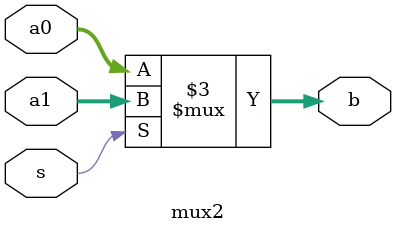
<source format=v>
module datapath(clk, readnum, vsel, loada, loadb, shift, asel, bsel, ALUop, loadc, loads, writenum, write, datapath_in, Z_out, datapath_out);
	input clk; 
	input [2:0] readnum; 
	input vsel; 
	input loada;
	input loadb; 
	input [1:0]shift; 
	input asel, bsel; 
	input [1:0] ALUop; 
	input loadc, loads; 
	input [2:0] writenum; 
	input write; 
	input [15:0] datapath_in;
	input Z_out;
	output [15:0] datapath_out;
	
	
	wire [15:0] data_in;
	wire [15:0] loada_out, loadb_out;
	wire [15:0] sout;
	wire [15:0] Ain, Bin;
	wire Zin;
	wire [15:0] ALUout;
	wire [15:0] data_out;
	
	mux2 #(16) vmux (datapath_in, datapath_out, vsel, data_in);
	
	regfile REGFILE (data_in,writenum,write,readnum,clk,data_out);
	
	vDFFE #(16) Aff (clk, loada, data_out, loada_out);
	vDFFE #(16) Bff (clk, loadb, data_out, loadb_out);
	
	shifter move (loadb_out, shift, sout);
	
	mux2 #(16) amux (16'b0, loada_out, asel, Ain);
	mux2 #(16) bmux ({11'b0, datapath_in [4:0]}, sout, bsel, Bin);
	
	ALU arith (Ain, Bin, ALUop, ALUout, Zin);
	
	vDFFE #(16) Cff (clk, loadc, ALUout, datapath_out);
	vDFFE #(1) stat (clk, loads, Zin, Z_out);

endmodule 

module mux2(a1, a0, s, b);
	parameter k = 16;
	input [k-1:0] a0, a1;
	input s;
	output reg [k-1:0] b;
	
	always @* begin
	if(s)
	b = a1;
	else
	b = a0;
	end
	
endmodule

</source>
